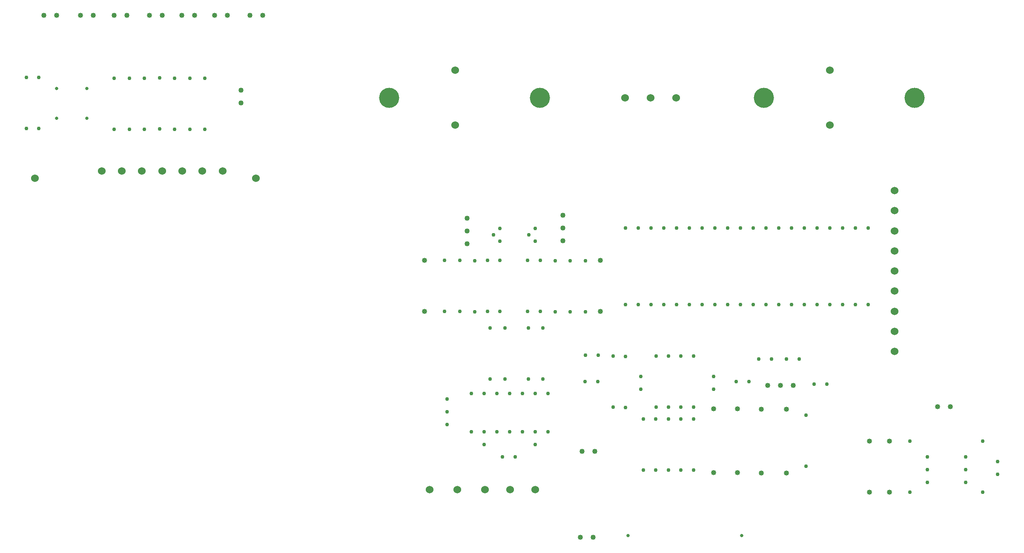
<source format=gbr>
G04 PROTEUS GERBER X2 FILE*
%TF.GenerationSoftware,Labcenter,Proteus,8.15-SP1-Build34318*%
%TF.CreationDate,2023-09-22T11:42:13+00:00*%
%TF.FileFunction,Plated,1,2,PTH*%
%TF.FilePolarity,Positive*%
%TF.Part,Single*%
%TF.SameCoordinates,{8a78c1d3-1a7b-4f14-8512-878e163c9550}*%
%FSLAX45Y45*%
%MOMM*%
G01*
%TA.AperFunction,ComponentDrill*%
%ADD61C,1.016000*%
%ADD62C,0.762000*%
%ADD63C,0.635000*%
%TA.AperFunction,OtherDrill,Unknown*%
%ADD64C,1.524000*%
%TA.AperFunction,ComponentDrill*%
%ADD65C,1.524000*%
%ADD66C,4.000000*%
%TD.AperFunction*%
D61*
X+2600000Y-870000D03*
X+2600000Y+400000D03*
D62*
X+3484000Y+284000D03*
X+3484000Y-732000D03*
X+2546000Y+1400000D03*
X+2800000Y+1400000D03*
D61*
X+3100000Y+400000D03*
X+3100000Y-870000D03*
X+2726000Y+874000D03*
X+2980000Y+874000D03*
X+3234000Y+874000D03*
D62*
X+3350000Y+1400000D03*
X+3096000Y+1400000D03*
X+3650000Y+900000D03*
X+3904000Y+900000D03*
X-100000Y+2484000D03*
X+154000Y+2484000D03*
X+408000Y+2484000D03*
X+662000Y+2484000D03*
X+916000Y+2484000D03*
X+1170000Y+2484000D03*
X+1424000Y+2484000D03*
X+1678000Y+2484000D03*
X+1932000Y+2484000D03*
X+2186000Y+2484000D03*
X+2440000Y+2484000D03*
X+2694000Y+2484000D03*
X+2948000Y+2484000D03*
X+3202000Y+2484000D03*
X+3456000Y+2484000D03*
X+3710000Y+2484000D03*
X+3964000Y+2484000D03*
X+4218000Y+2484000D03*
X+4472000Y+2484000D03*
X+4726000Y+2484000D03*
X+4726000Y+4008000D03*
X+4472000Y+4008000D03*
X+4218000Y+4008000D03*
X+3964000Y+4008000D03*
X+3710000Y+4008000D03*
X+3456000Y+4008000D03*
X+3202000Y+4008000D03*
X+2948000Y+4008000D03*
X+2694000Y+4008000D03*
X+2440000Y+4008000D03*
X+2186000Y+4008000D03*
X+1932000Y+4008000D03*
X+1678000Y+4008000D03*
X+1424000Y+4008000D03*
X+1170000Y+4008000D03*
X+916000Y+4008000D03*
X+662000Y+4008000D03*
X+408000Y+4008000D03*
X+154000Y+4008000D03*
X-100000Y+4008000D03*
D61*
X-11413920Y+8235840D03*
X-11667920Y+8235840D03*
X-10683920Y+8235840D03*
X-10937920Y+8235840D03*
X-10017920Y+8235840D03*
X-10271920Y+8235840D03*
X-9317920Y+8235840D03*
X-9571920Y+8235840D03*
X-8667920Y+8235840D03*
X-8921920Y+8235840D03*
X-8017920Y+8235840D03*
X-8271920Y+8235840D03*
X-7317920Y+8235840D03*
X-7571920Y+8235840D03*
D62*
X-10267920Y+6985840D03*
X-10267920Y+5969840D03*
X-9967920Y+6985840D03*
X-9967920Y+5969840D03*
X-9667920Y+6985840D03*
X-9667920Y+5969840D03*
X-9367920Y+6995840D03*
X-9367920Y+5979840D03*
X-9067920Y+6985840D03*
X-9067920Y+5969840D03*
X-8767920Y+6985840D03*
X-8767920Y+5969840D03*
X-8467920Y+6985840D03*
X-8467920Y+5969840D03*
D61*
X-746000Y-2150000D03*
X-1000000Y-2150000D03*
D62*
X+250000Y-816000D03*
X+250000Y+200000D03*
D61*
X-965799Y-439799D03*
X-711799Y-439799D03*
D63*
X-50000Y-2116000D03*
X+2210000Y-2116000D03*
D62*
X+1250000Y-816000D03*
X+1250000Y+200000D03*
X+1000000Y-816000D03*
X+1000000Y+200000D03*
X+750000Y+200000D03*
X+750000Y-816000D03*
X+500000Y-816000D03*
X+500000Y+200000D03*
X+200000Y+1054000D03*
X+200000Y+800000D03*
D61*
X+1650000Y+404000D03*
X+1650000Y-866000D03*
X+2120000Y-866000D03*
X+2120000Y+404000D03*
D62*
X+1650000Y+796000D03*
X+1650000Y+1050000D03*
X+1250000Y+440000D03*
X+1250000Y+1456000D03*
X+1000000Y+440000D03*
X+1000000Y+1456000D03*
X+750000Y+440000D03*
X+750000Y+1456000D03*
X+2100000Y+950000D03*
X+2354000Y+950000D03*
X+506834Y+438834D03*
X+506834Y+1454834D03*
X-904000Y+950000D03*
X-650000Y+950000D03*
X-645166Y+1473166D03*
X-899166Y+1473166D03*
X-3170000Y-50000D03*
X-2916000Y-50000D03*
X-2662000Y-50000D03*
X-2408000Y-50000D03*
X-2154000Y-50000D03*
X-1900000Y-50000D03*
X-1646000Y-50000D03*
X-1646000Y+712000D03*
X-1900000Y+712000D03*
X-2154000Y+712000D03*
X-2408000Y+712000D03*
X-2662000Y+712000D03*
X-2916000Y+712000D03*
X-3170000Y+712000D03*
X-350000Y+1456000D03*
X-350000Y+440000D03*
X-100000Y+1450000D03*
X-100000Y+434000D03*
X-2554000Y-550000D03*
X-2300000Y-550000D03*
X-2916000Y-300000D03*
X-1900000Y-300000D03*
X-3650000Y+92000D03*
X-3650000Y+346000D03*
X-3650000Y+600000D03*
X-1750000Y+1000000D03*
X-1750000Y+2016000D03*
X-2030000Y+2020000D03*
X-2030000Y+1004000D03*
X-2800000Y+1000000D03*
X-2800000Y+2016000D03*
X-2500000Y+2016000D03*
X-2500000Y+1000000D03*
X-2050000Y+2350000D03*
X-2050000Y+3366000D03*
X-2850000Y+2350000D03*
X-2850000Y+3366000D03*
X-1900000Y+3746000D03*
X-2027000Y+3873000D03*
X-1900000Y+4000000D03*
X-1800000Y+2350000D03*
X-1800000Y+3366000D03*
X-2600000Y+2350000D03*
X-2600000Y+3366000D03*
X-2600000Y+3746000D03*
X-2727000Y+3873000D03*
X-2600000Y+4000000D03*
D61*
X-1350000Y+4258000D03*
X-1350000Y+4004000D03*
X-1350000Y+3750000D03*
X-3250000Y+3692000D03*
X-3250000Y+3946000D03*
X-3250000Y+4200000D03*
D62*
X-3100000Y+3350000D03*
X-3100000Y+2334000D03*
X-1500000Y+2334000D03*
X-1500000Y+3350000D03*
D64*
X+5250000Y+1950000D03*
X+5250000Y+3550000D03*
X+5250000Y+3150000D03*
X+5250000Y+2750000D03*
X+5250000Y+2350000D03*
X+5250000Y+3950000D03*
X+5250000Y+4350000D03*
D63*
X-10817920Y+6185840D03*
X-11417920Y+6185840D03*
X-10817920Y+6785840D03*
X-11417920Y+6785840D03*
D62*
X-12017920Y+7001840D03*
X-12017920Y+5985840D03*
X-11767920Y+5985840D03*
X-11767920Y+7001840D03*
D61*
X-4100000Y+2350000D03*
X-4100000Y+3366000D03*
X-600000Y+2350000D03*
X-600000Y+3366000D03*
D64*
X-3450000Y-1200000D03*
X-4000000Y-1200000D03*
D62*
X-3400000Y+2350000D03*
X-3400000Y+3366000D03*
X-3700000Y+3366000D03*
X-3700000Y+2350000D03*
X-1200000Y+2334000D03*
X-1200000Y+3350000D03*
X-900000Y+3350000D03*
X-900000Y+2334000D03*
D65*
X-3486820Y+6056440D03*
X-3486820Y+7143560D03*
D66*
X-4800000Y+6600000D03*
X-1802800Y+6600000D03*
D65*
X+3963180Y+6056440D03*
X+3963180Y+7143560D03*
D66*
X+2650000Y+6600000D03*
X+5647200Y+6600000D03*
D65*
X+900000Y+6600000D03*
X+392000Y+6600000D03*
X-116000Y+6600000D03*
D61*
X+6100000Y+450000D03*
X+6354000Y+450000D03*
X+4750000Y-234000D03*
X+4750000Y-1250000D03*
X+5150000Y-234000D03*
X+5150000Y-1250000D03*
D62*
X+5550000Y-234000D03*
X+5550000Y-1250000D03*
X+5900000Y-550000D03*
X+5900000Y-804000D03*
X+5900000Y-1058000D03*
X+6662000Y-1058000D03*
X+6662000Y-804000D03*
X+6662000Y-550000D03*
X+7300000Y-900000D03*
X+7300000Y-646000D03*
X+7000000Y-1250000D03*
X+7000000Y-234000D03*
D64*
X-2900000Y-1200000D03*
X-10517060Y+5135840D03*
X-10117920Y+5135840D03*
X-9717920Y+5135840D03*
X-9317920Y+5135840D03*
X-8917920Y+5135840D03*
X-8517060Y+5135840D03*
X-8117060Y+5135840D03*
X-2400000Y-1200000D03*
X-1900000Y-1200000D03*
D61*
X-7750000Y+6750000D03*
X-7750000Y+6496000D03*
D64*
X-11850000Y+5000000D03*
X-7450000Y+5000000D03*
X+5250000Y+4750000D03*
X+5250000Y+1550000D03*
M02*

</source>
